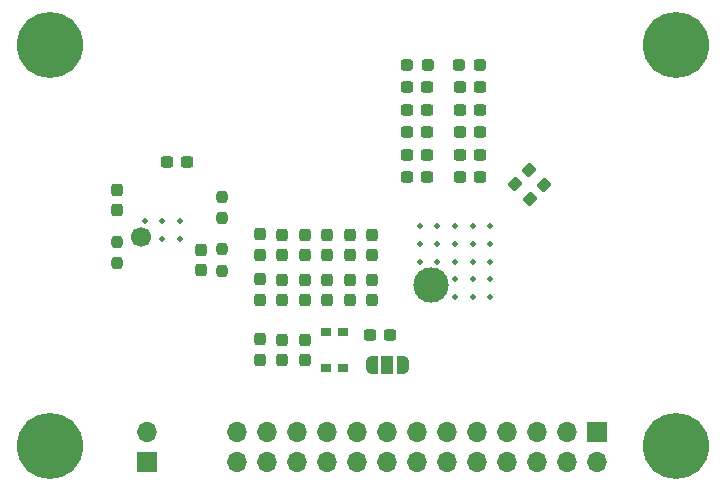
<source format=gbr>
%TF.GenerationSoftware,KiCad,Pcbnew,(5.99.0-12374-g2479e1d7b1)*%
%TF.CreationDate,2021-11-09T23:09:33+03:00*%
%TF.ProjectId,Brass,42726173-732e-46b6-9963-61645f706362,rev?*%
%TF.SameCoordinates,Original*%
%TF.FileFunction,Soldermask,Bot*%
%TF.FilePolarity,Negative*%
%FSLAX46Y46*%
G04 Gerber Fmt 4.6, Leading zero omitted, Abs format (unit mm)*
G04 Created by KiCad (PCBNEW (5.99.0-12374-g2479e1d7b1)) date 2021-11-09 23:09:33*
%MOMM*%
%LPD*%
G01*
G04 APERTURE LIST*
G04 Aperture macros list*
%AMRoundRect*
0 Rectangle with rounded corners*
0 $1 Rounding radius*
0 $2 $3 $4 $5 $6 $7 $8 $9 X,Y pos of 4 corners*
0 Add a 4 corners polygon primitive as box body*
4,1,4,$2,$3,$4,$5,$6,$7,$8,$9,$2,$3,0*
0 Add four circle primitives for the rounded corners*
1,1,$1+$1,$2,$3*
1,1,$1+$1,$4,$5*
1,1,$1+$1,$6,$7*
1,1,$1+$1,$8,$9*
0 Add four rect primitives between the rounded corners*
20,1,$1+$1,$2,$3,$4,$5,0*
20,1,$1+$1,$4,$5,$6,$7,0*
20,1,$1+$1,$6,$7,$8,$9,0*
20,1,$1+$1,$8,$9,$2,$3,0*%
%AMFreePoly0*
4,1,22,0.550000,-0.750000,0.000000,-0.750000,0.000000,-0.745033,-0.079941,-0.743568,-0.215256,-0.701293,-0.333266,-0.622738,-0.424486,-0.514219,-0.481581,-0.384460,-0.499164,-0.250000,-0.500000,-0.250000,-0.500000,0.250000,-0.499164,0.250000,-0.499963,0.256109,-0.478152,0.396186,-0.417904,0.524511,-0.324060,0.630769,-0.204165,0.706417,-0.067858,0.745374,0.000000,0.744959,0.000000,0.750000,
0.550000,0.750000,0.550000,-0.750000,0.550000,-0.750000,$1*%
%AMFreePoly1*
4,1,20,0.000000,0.744959,0.073905,0.744508,0.209726,0.703889,0.328688,0.626782,0.421226,0.519385,0.479903,0.390333,0.500000,0.250000,0.500000,-0.250000,0.499851,-0.262216,0.476331,-0.402017,0.414519,-0.529596,0.319384,-0.634700,0.198574,-0.708877,0.061801,-0.746166,0.000000,-0.745033,0.000000,-0.750000,-0.550000,-0.750000,-0.550000,0.750000,0.000000,0.750000,0.000000,0.744959,
0.000000,0.744959,$1*%
G04 Aperture macros list end*
%ADD10C,0.500000*%
%ADD11C,3.000000*%
%ADD12R,1.700000X1.700000*%
%ADD13O,1.700000X1.700000*%
%ADD14C,5.600000*%
%ADD15RoundRect,0.237500X-0.044194X-0.380070X0.380070X0.044194X0.044194X0.380070X-0.380070X-0.044194X0*%
%ADD16C,1.700000*%
%ADD17RoundRect,0.237500X-0.237500X0.300000X-0.237500X-0.300000X0.237500X-0.300000X0.237500X0.300000X0*%
%ADD18RoundRect,0.237500X0.300000X0.237500X-0.300000X0.237500X-0.300000X-0.237500X0.300000X-0.237500X0*%
%ADD19R,0.900000X0.780000*%
%ADD20RoundRect,0.237500X-0.300000X-0.237500X0.300000X-0.237500X0.300000X0.237500X-0.300000X0.237500X0*%
%ADD21RoundRect,0.237500X0.237500X-0.250000X0.237500X0.250000X-0.237500X0.250000X-0.237500X-0.250000X0*%
%ADD22RoundRect,0.237500X0.287500X0.237500X-0.287500X0.237500X-0.287500X-0.237500X0.287500X-0.237500X0*%
%ADD23RoundRect,0.237500X0.237500X-0.300000X0.237500X0.300000X-0.237500X0.300000X-0.237500X-0.300000X0*%
%ADD24RoundRect,0.237500X0.237500X-0.287500X0.237500X0.287500X-0.237500X0.287500X-0.237500X-0.287500X0*%
%ADD25RoundRect,0.237500X-0.237500X0.287500X-0.237500X-0.287500X0.237500X-0.287500X0.237500X0.287500X0*%
%ADD26FreePoly0,180.000000*%
%ADD27R,1.000000X1.500000*%
%ADD28FreePoly1,180.000000*%
G04 APERTURE END LIST*
D10*
%TO.C,U1*%
X99255000Y-66370000D03*
X105255000Y-67870000D03*
X103755000Y-67870000D03*
X100755000Y-69370000D03*
X105255000Y-72370000D03*
X103755000Y-66370000D03*
X102255000Y-70870000D03*
X99255000Y-67870000D03*
X99255000Y-69370000D03*
X105255000Y-66370000D03*
X102255000Y-66370000D03*
D11*
X100255000Y-71370000D03*
D10*
X103755000Y-69370000D03*
X100755000Y-66370000D03*
X103755000Y-70870000D03*
X102255000Y-67870000D03*
X103755000Y-72370000D03*
X102255000Y-72370000D03*
X100755000Y-67870000D03*
X105255000Y-69370000D03*
X105255000Y-70870000D03*
X102255000Y-69370000D03*
%TD*%
D12*
%TO.C,J2*%
X76200000Y-86365000D03*
D13*
X76200000Y-83825000D03*
%TD*%
D12*
%TO.C,J1*%
X114285000Y-83815000D03*
D13*
X114285000Y-86355000D03*
X111745000Y-83815000D03*
X111745000Y-86355000D03*
X109205000Y-83815000D03*
X109205000Y-86355000D03*
X106665000Y-83815000D03*
X106665000Y-86355000D03*
X104125000Y-83815000D03*
X104125000Y-86355000D03*
X101585000Y-83815000D03*
X101585000Y-86355000D03*
X99045000Y-83815000D03*
X99045000Y-86355000D03*
X96505000Y-83815000D03*
X96505000Y-86355000D03*
X93965000Y-83815000D03*
X93965000Y-86355000D03*
X91425000Y-83815000D03*
X91425000Y-86355000D03*
X88885000Y-83815000D03*
X88885000Y-86355000D03*
X86345000Y-83815000D03*
X86345000Y-86355000D03*
X83805000Y-83815000D03*
X83805000Y-86355000D03*
%TD*%
D14*
%TO.C,H3*%
X121000000Y-85000000D03*
%TD*%
%TO.C,H4*%
X68000000Y-85000000D03*
%TD*%
%TO.C,H2*%
X121000000Y-51000000D03*
%TD*%
D15*
%TO.C,C23*%
X108610120Y-64109880D03*
X109829880Y-62890120D03*
%TD*%
D10*
%TO.C,U2*%
X78970000Y-67425000D03*
D16*
X75665000Y-67300000D03*
D10*
X77470000Y-67425000D03*
X78970000Y-65925000D03*
X75970000Y-65925000D03*
X77470000Y-65925000D03*
%TD*%
D14*
%TO.C,H1*%
X68000000Y-51000000D03*
%TD*%
D15*
%TO.C,C22*%
X107340120Y-62839880D03*
X108559880Y-61620120D03*
%TD*%
D17*
%TO.C,C28*%
X87630000Y-70892500D03*
X87630000Y-72617500D03*
%TD*%
D18*
%TO.C,C42*%
X79602500Y-60960000D03*
X77877500Y-60960000D03*
%TD*%
D19*
%TO.C,X1*%
X91375000Y-78335000D03*
X91375000Y-75335000D03*
X92775000Y-75335000D03*
X92775000Y-78335000D03*
%TD*%
D20*
%TO.C,C25*%
X102642500Y-54610000D03*
X104367500Y-54610000D03*
%TD*%
D18*
%TO.C,C10*%
X99922500Y-60325000D03*
X98197500Y-60325000D03*
%TD*%
D17*
%TO.C,C35*%
X80772000Y-68352500D03*
X80772000Y-70077500D03*
%TD*%
D21*
%TO.C,R7*%
X82550000Y-70127500D03*
X82550000Y-68302500D03*
%TD*%
D17*
%TO.C,C44*%
X89535000Y-75972500D03*
X89535000Y-77697500D03*
%TD*%
D22*
%TO.C,FB2*%
X99935000Y-52705000D03*
X98185000Y-52705000D03*
%TD*%
D20*
%TO.C,C5*%
X102642500Y-62230000D03*
X104367500Y-62230000D03*
%TD*%
D23*
%TO.C,C16*%
X91440000Y-68807500D03*
X91440000Y-67082500D03*
%TD*%
D18*
%TO.C,C19*%
X99922500Y-56515000D03*
X98197500Y-56515000D03*
%TD*%
D17*
%TO.C,C17*%
X91440000Y-70892500D03*
X91440000Y-72617500D03*
%TD*%
%TO.C,C21*%
X89535000Y-70892500D03*
X89535000Y-72617500D03*
%TD*%
D23*
%TO.C,C27*%
X87630000Y-68807500D03*
X87630000Y-67082500D03*
%TD*%
D20*
%TO.C,C18*%
X102642500Y-56515000D03*
X104367500Y-56515000D03*
%TD*%
D18*
%TO.C,C15*%
X99922500Y-58420000D03*
X98197500Y-58420000D03*
%TD*%
D23*
%TO.C,C11*%
X93345000Y-68807500D03*
X93345000Y-67082500D03*
%TD*%
%TO.C,C20*%
X89535000Y-68807500D03*
X89535000Y-67082500D03*
%TD*%
D24*
%TO.C,FB4*%
X85725000Y-72630000D03*
X85725000Y-70880000D03*
%TD*%
D23*
%TO.C,C41*%
X73660000Y-64997500D03*
X73660000Y-63272500D03*
%TD*%
D18*
%TO.C,C26*%
X99922500Y-54610000D03*
X98197500Y-54610000D03*
%TD*%
D25*
%TO.C,FB5*%
X85725000Y-75960000D03*
X85725000Y-77710000D03*
%TD*%
D20*
%TO.C,C9*%
X102642500Y-60325000D03*
X104367500Y-60325000D03*
%TD*%
%TO.C,C14*%
X102642500Y-58420000D03*
X104367500Y-58420000D03*
%TD*%
D18*
%TO.C,C6*%
X99922500Y-62230000D03*
X98197500Y-62230000D03*
%TD*%
D17*
%TO.C,C8*%
X95250000Y-70892500D03*
X95250000Y-72617500D03*
%TD*%
%TO.C,C48*%
X87630000Y-75972500D03*
X87630000Y-77697500D03*
%TD*%
D21*
%TO.C,R11*%
X73660000Y-69492500D03*
X73660000Y-67667500D03*
%TD*%
D17*
%TO.C,C12*%
X93345000Y-70892500D03*
X93345000Y-72617500D03*
%TD*%
D20*
%TO.C,C47*%
X95022500Y-75565000D03*
X96747500Y-75565000D03*
%TD*%
D26*
%TO.C,JP1*%
X97820000Y-78105000D03*
D27*
X96520000Y-78105000D03*
D28*
X95220000Y-78105000D03*
%TD*%
D23*
%TO.C,C7*%
X95250000Y-68807500D03*
X95250000Y-67082500D03*
%TD*%
D25*
%TO.C,FB3*%
X85725000Y-67070000D03*
X85725000Y-68820000D03*
%TD*%
D22*
%TO.C,FB1*%
X104380000Y-52705000D03*
X102630000Y-52705000D03*
%TD*%
D21*
%TO.C,R6*%
X82550000Y-65682500D03*
X82550000Y-63857500D03*
%TD*%
M02*

</source>
